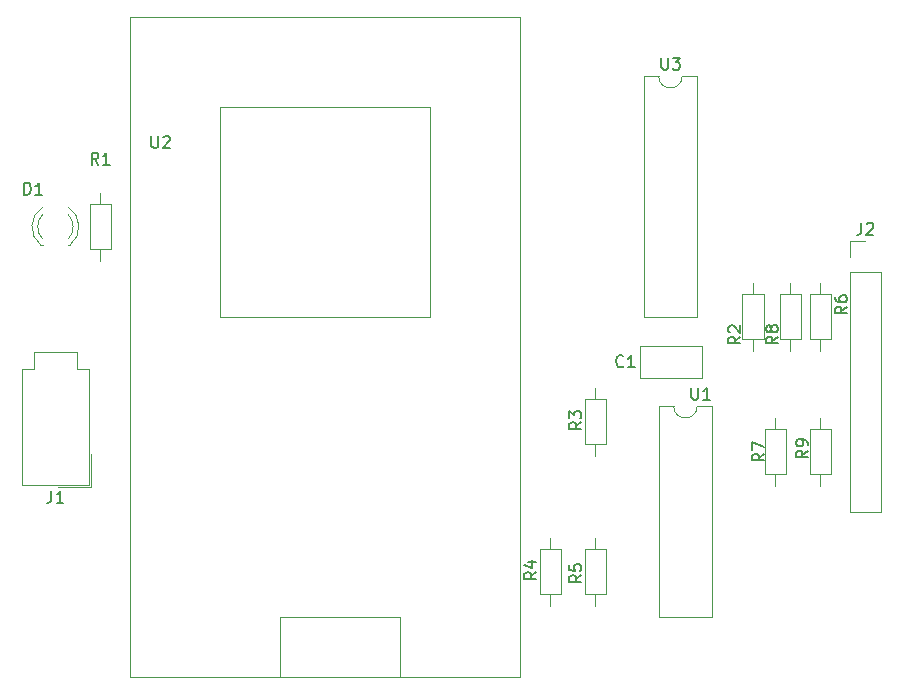
<source format=gbr>
%TF.GenerationSoftware,KiCad,Pcbnew,5.1.6-c6e7f7d~86~ubuntu20.04.1*%
%TF.CreationDate,2020-06-13T16:26:38-04:00*%
%TF.ProjectId,set_board,7365745f-626f-4617-9264-2e6b69636164,rev?*%
%TF.SameCoordinates,Original*%
%TF.FileFunction,Legend,Top*%
%TF.FilePolarity,Positive*%
%FSLAX46Y46*%
G04 Gerber Fmt 4.6, Leading zero omitted, Abs format (unit mm)*
G04 Created by KiCad (PCBNEW 5.1.6-c6e7f7d~86~ubuntu20.04.1) date 2020-06-13 16:26:38*
%MOMM*%
%LPD*%
G01*
G04 APERTURE LIST*
%ADD10C,0.120000*%
%ADD11C,0.150000*%
G04 APERTURE END LIST*
D10*
%TO.C,U2*%
X97790000Y-109220000D02*
X97790000Y-91440000D01*
X115570000Y-109220000D02*
X97790000Y-109220000D01*
X115570000Y-91440000D02*
X115570000Y-109220000D01*
X97790000Y-91440000D02*
X115570000Y-91440000D01*
X113030000Y-134620000D02*
X113030000Y-139700000D01*
X102870000Y-134620000D02*
X113030000Y-134620000D01*
X102870000Y-139700000D02*
X102870000Y-134620000D01*
X123190000Y-139700000D02*
X90170000Y-139700000D01*
X123190000Y-83820000D02*
X123190000Y-139700000D01*
X90170000Y-83820000D02*
X123190000Y-83820000D01*
X90170000Y-139700000D02*
X90170000Y-83820000D01*
%TO.C,C1*%
X133290000Y-114400000D02*
X133290000Y-111660000D01*
X138530000Y-114400000D02*
X138530000Y-111660000D01*
X138530000Y-111660000D02*
X133290000Y-111660000D01*
X138530000Y-114400000D02*
X133290000Y-114400000D01*
%TO.C,D1*%
X84900000Y-103160000D02*
X85056000Y-103160000D01*
X82584000Y-103160000D02*
X82740000Y-103160000D01*
X82741392Y-99927665D02*
G75*
G03*
X82584484Y-103160000I1078608J-1672335D01*
G01*
X84898608Y-99927665D02*
G75*
G02*
X85055516Y-103160000I-1078608J-1672335D01*
G01*
X82740163Y-100558870D02*
G75*
G03*
X82740000Y-102640961I1079837J-1041130D01*
G01*
X84899837Y-100558870D02*
G75*
G02*
X84900000Y-102640961I-1079837J-1041130D01*
G01*
%TO.C,J1*%
X86870000Y-123670000D02*
X86870000Y-120820000D01*
X84020000Y-123670000D02*
X86870000Y-123670000D01*
X82010000Y-112210000D02*
X83820000Y-112210000D01*
X82010000Y-113610000D02*
X82010000Y-112210000D01*
X81010000Y-113610000D02*
X82010000Y-113610000D01*
X81010000Y-123430000D02*
X81010000Y-113610000D01*
X83820000Y-123430000D02*
X81010000Y-123430000D01*
X85630000Y-112210000D02*
X83820000Y-112210000D01*
X85630000Y-113610000D02*
X85630000Y-112210000D01*
X86630000Y-113610000D02*
X85630000Y-113610000D01*
X86630000Y-123430000D02*
X86630000Y-113610000D01*
X83820000Y-123430000D02*
X86630000Y-123430000D01*
%TO.C,J2*%
X151070000Y-102810000D02*
X152400000Y-102810000D01*
X151070000Y-104140000D02*
X151070000Y-102810000D01*
X151070000Y-105410000D02*
X153730000Y-105410000D01*
X153730000Y-105410000D02*
X153730000Y-125790000D01*
X151070000Y-105410000D02*
X151070000Y-125790000D01*
X151070000Y-125790000D02*
X153730000Y-125790000D01*
%TO.C,R1*%
X87630000Y-98730000D02*
X87630000Y-99680000D01*
X87630000Y-104470000D02*
X87630000Y-103520000D01*
X86710000Y-99680000D02*
X86710000Y-103520000D01*
X88550000Y-99680000D02*
X86710000Y-99680000D01*
X88550000Y-103520000D02*
X88550000Y-99680000D01*
X86710000Y-103520000D02*
X88550000Y-103520000D01*
%TO.C,R2*%
X142875000Y-106350000D02*
X142875000Y-107300000D01*
X142875000Y-112090000D02*
X142875000Y-111140000D01*
X141955000Y-107300000D02*
X141955000Y-111140000D01*
X143795000Y-107300000D02*
X141955000Y-107300000D01*
X143795000Y-111140000D02*
X143795000Y-107300000D01*
X141955000Y-111140000D02*
X143795000Y-111140000D01*
%TO.C,R3*%
X129540000Y-115240000D02*
X129540000Y-116190000D01*
X129540000Y-120980000D02*
X129540000Y-120030000D01*
X128620000Y-116190000D02*
X128620000Y-120030000D01*
X130460000Y-116190000D02*
X128620000Y-116190000D01*
X130460000Y-120030000D02*
X130460000Y-116190000D01*
X128620000Y-120030000D02*
X130460000Y-120030000D01*
%TO.C,R4*%
X125730000Y-133680000D02*
X125730000Y-132730000D01*
X125730000Y-127940000D02*
X125730000Y-128890000D01*
X126650000Y-132730000D02*
X126650000Y-128890000D01*
X124810000Y-132730000D02*
X126650000Y-132730000D01*
X124810000Y-128890000D02*
X124810000Y-132730000D01*
X126650000Y-128890000D02*
X124810000Y-128890000D01*
%TO.C,R5*%
X129540000Y-133680000D02*
X129540000Y-132730000D01*
X129540000Y-127940000D02*
X129540000Y-128890000D01*
X130460000Y-132730000D02*
X130460000Y-128890000D01*
X128620000Y-132730000D02*
X130460000Y-132730000D01*
X128620000Y-128890000D02*
X128620000Y-132730000D01*
X130460000Y-128890000D02*
X128620000Y-128890000D01*
%TO.C,R6*%
X149510000Y-107300000D02*
X147670000Y-107300000D01*
X147670000Y-107300000D02*
X147670000Y-111140000D01*
X147670000Y-111140000D02*
X149510000Y-111140000D01*
X149510000Y-111140000D02*
X149510000Y-107300000D01*
X148590000Y-106350000D02*
X148590000Y-107300000D01*
X148590000Y-112090000D02*
X148590000Y-111140000D01*
%TO.C,R7*%
X145700000Y-118730000D02*
X143860000Y-118730000D01*
X143860000Y-118730000D02*
X143860000Y-122570000D01*
X143860000Y-122570000D02*
X145700000Y-122570000D01*
X145700000Y-122570000D02*
X145700000Y-118730000D01*
X144780000Y-117780000D02*
X144780000Y-118730000D01*
X144780000Y-123520000D02*
X144780000Y-122570000D01*
%TO.C,R8*%
X146970000Y-107300000D02*
X145130000Y-107300000D01*
X145130000Y-107300000D02*
X145130000Y-111140000D01*
X145130000Y-111140000D02*
X146970000Y-111140000D01*
X146970000Y-111140000D02*
X146970000Y-107300000D01*
X146050000Y-106350000D02*
X146050000Y-107300000D01*
X146050000Y-112090000D02*
X146050000Y-111140000D01*
%TO.C,R9*%
X149510000Y-118730000D02*
X147670000Y-118730000D01*
X147670000Y-118730000D02*
X147670000Y-122570000D01*
X147670000Y-122570000D02*
X149510000Y-122570000D01*
X149510000Y-122570000D02*
X149510000Y-118730000D01*
X148590000Y-117780000D02*
X148590000Y-118730000D01*
X148590000Y-123520000D02*
X148590000Y-122570000D01*
%TO.C,U1*%
X139410000Y-116780000D02*
X138160000Y-116780000D01*
X139410000Y-134680000D02*
X139410000Y-116780000D01*
X134910000Y-134680000D02*
X139410000Y-134680000D01*
X134910000Y-116780000D02*
X134910000Y-134680000D01*
X136160000Y-116780000D02*
X134910000Y-116780000D01*
X138160000Y-116780000D02*
G75*
G02*
X136160000Y-116780000I-1000000J0D01*
G01*
%TO.C,U3*%
X138140000Y-88840000D02*
X136890000Y-88840000D01*
X138140000Y-109280000D02*
X138140000Y-88840000D01*
X133640000Y-109280000D02*
X138140000Y-109280000D01*
X133640000Y-88840000D02*
X133640000Y-109280000D01*
X134890000Y-88840000D02*
X133640000Y-88840000D01*
X136890000Y-88840000D02*
G75*
G02*
X134890000Y-88840000I-1000000J0D01*
G01*
%TO.C,U2*%
D11*
X91948095Y-93932380D02*
X91948095Y-94741904D01*
X91995714Y-94837142D01*
X92043333Y-94884761D01*
X92138571Y-94932380D01*
X92329047Y-94932380D01*
X92424285Y-94884761D01*
X92471904Y-94837142D01*
X92519523Y-94741904D01*
X92519523Y-93932380D01*
X92948095Y-94027619D02*
X92995714Y-93980000D01*
X93090952Y-93932380D01*
X93329047Y-93932380D01*
X93424285Y-93980000D01*
X93471904Y-94027619D01*
X93519523Y-94122857D01*
X93519523Y-94218095D01*
X93471904Y-94360952D01*
X92900476Y-94932380D01*
X93519523Y-94932380D01*
%TO.C,C1*%
X131913333Y-113387142D02*
X131865714Y-113434761D01*
X131722857Y-113482380D01*
X131627619Y-113482380D01*
X131484761Y-113434761D01*
X131389523Y-113339523D01*
X131341904Y-113244285D01*
X131294285Y-113053809D01*
X131294285Y-112910952D01*
X131341904Y-112720476D01*
X131389523Y-112625238D01*
X131484761Y-112530000D01*
X131627619Y-112482380D01*
X131722857Y-112482380D01*
X131865714Y-112530000D01*
X131913333Y-112577619D01*
X132865714Y-113482380D02*
X132294285Y-113482380D01*
X132580000Y-113482380D02*
X132580000Y-112482380D01*
X132484761Y-112625238D01*
X132389523Y-112720476D01*
X132294285Y-112768095D01*
%TO.C,D1*%
X81176904Y-98877380D02*
X81176904Y-97877380D01*
X81415000Y-97877380D01*
X81557857Y-97925000D01*
X81653095Y-98020238D01*
X81700714Y-98115476D01*
X81748333Y-98305952D01*
X81748333Y-98448809D01*
X81700714Y-98639285D01*
X81653095Y-98734523D01*
X81557857Y-98829761D01*
X81415000Y-98877380D01*
X81176904Y-98877380D01*
X82700714Y-98877380D02*
X82129285Y-98877380D01*
X82415000Y-98877380D02*
X82415000Y-97877380D01*
X82319761Y-98020238D01*
X82224523Y-98115476D01*
X82129285Y-98163095D01*
%TO.C,J1*%
X83486666Y-123972380D02*
X83486666Y-124686666D01*
X83439047Y-124829523D01*
X83343809Y-124924761D01*
X83200952Y-124972380D01*
X83105714Y-124972380D01*
X84486666Y-124972380D02*
X83915238Y-124972380D01*
X84200952Y-124972380D02*
X84200952Y-123972380D01*
X84105714Y-124115238D01*
X84010476Y-124210476D01*
X83915238Y-124258095D01*
%TO.C,J2*%
X152066666Y-101262380D02*
X152066666Y-101976666D01*
X152019047Y-102119523D01*
X151923809Y-102214761D01*
X151780952Y-102262380D01*
X151685714Y-102262380D01*
X152495238Y-101357619D02*
X152542857Y-101310000D01*
X152638095Y-101262380D01*
X152876190Y-101262380D01*
X152971428Y-101310000D01*
X153019047Y-101357619D01*
X153066666Y-101452857D01*
X153066666Y-101548095D01*
X153019047Y-101690952D01*
X152447619Y-102262380D01*
X153066666Y-102262380D01*
%TO.C,R1*%
X87463333Y-96337380D02*
X87130000Y-95861190D01*
X86891904Y-96337380D02*
X86891904Y-95337380D01*
X87272857Y-95337380D01*
X87368095Y-95385000D01*
X87415714Y-95432619D01*
X87463333Y-95527857D01*
X87463333Y-95670714D01*
X87415714Y-95765952D01*
X87368095Y-95813571D01*
X87272857Y-95861190D01*
X86891904Y-95861190D01*
X88415714Y-96337380D02*
X87844285Y-96337380D01*
X88130000Y-96337380D02*
X88130000Y-95337380D01*
X88034761Y-95480238D01*
X87939523Y-95575476D01*
X87844285Y-95623095D01*
%TO.C,R2*%
X141803380Y-110910666D02*
X141327190Y-111244000D01*
X141803380Y-111482095D02*
X140803380Y-111482095D01*
X140803380Y-111101142D01*
X140851000Y-111005904D01*
X140898619Y-110958285D01*
X140993857Y-110910666D01*
X141136714Y-110910666D01*
X141231952Y-110958285D01*
X141279571Y-111005904D01*
X141327190Y-111101142D01*
X141327190Y-111482095D01*
X140898619Y-110529714D02*
X140851000Y-110482095D01*
X140803380Y-110386857D01*
X140803380Y-110148761D01*
X140851000Y-110053523D01*
X140898619Y-110005904D01*
X140993857Y-109958285D01*
X141089095Y-109958285D01*
X141231952Y-110005904D01*
X141803380Y-110577333D01*
X141803380Y-109958285D01*
%TO.C,R3*%
X128341380Y-118149666D02*
X127865190Y-118483000D01*
X128341380Y-118721095D02*
X127341380Y-118721095D01*
X127341380Y-118340142D01*
X127389000Y-118244904D01*
X127436619Y-118197285D01*
X127531857Y-118149666D01*
X127674714Y-118149666D01*
X127769952Y-118197285D01*
X127817571Y-118244904D01*
X127865190Y-118340142D01*
X127865190Y-118721095D01*
X127341380Y-117816333D02*
X127341380Y-117197285D01*
X127722333Y-117530619D01*
X127722333Y-117387761D01*
X127769952Y-117292523D01*
X127817571Y-117244904D01*
X127912809Y-117197285D01*
X128150904Y-117197285D01*
X128246142Y-117244904D01*
X128293761Y-117292523D01*
X128341380Y-117387761D01*
X128341380Y-117673476D01*
X128293761Y-117768714D01*
X128246142Y-117816333D01*
%TO.C,R4*%
X124531380Y-130849666D02*
X124055190Y-131183000D01*
X124531380Y-131421095D02*
X123531380Y-131421095D01*
X123531380Y-131040142D01*
X123579000Y-130944904D01*
X123626619Y-130897285D01*
X123721857Y-130849666D01*
X123864714Y-130849666D01*
X123959952Y-130897285D01*
X124007571Y-130944904D01*
X124055190Y-131040142D01*
X124055190Y-131421095D01*
X123864714Y-129992523D02*
X124531380Y-129992523D01*
X123483761Y-130230619D02*
X124198047Y-130468714D01*
X124198047Y-129849666D01*
%TO.C,R5*%
X128341380Y-131103666D02*
X127865190Y-131437000D01*
X128341380Y-131675095D02*
X127341380Y-131675095D01*
X127341380Y-131294142D01*
X127389000Y-131198904D01*
X127436619Y-131151285D01*
X127531857Y-131103666D01*
X127674714Y-131103666D01*
X127769952Y-131151285D01*
X127817571Y-131198904D01*
X127865190Y-131294142D01*
X127865190Y-131675095D01*
X127341380Y-130198904D02*
X127341380Y-130675095D01*
X127817571Y-130722714D01*
X127769952Y-130675095D01*
X127722333Y-130579857D01*
X127722333Y-130341761D01*
X127769952Y-130246523D01*
X127817571Y-130198904D01*
X127912809Y-130151285D01*
X128150904Y-130151285D01*
X128246142Y-130198904D01*
X128293761Y-130246523D01*
X128341380Y-130341761D01*
X128341380Y-130579857D01*
X128293761Y-130675095D01*
X128246142Y-130722714D01*
%TO.C,R6*%
X150820380Y-108370666D02*
X150344190Y-108704000D01*
X150820380Y-108942095D02*
X149820380Y-108942095D01*
X149820380Y-108561142D01*
X149868000Y-108465904D01*
X149915619Y-108418285D01*
X150010857Y-108370666D01*
X150153714Y-108370666D01*
X150248952Y-108418285D01*
X150296571Y-108465904D01*
X150344190Y-108561142D01*
X150344190Y-108942095D01*
X149820380Y-107513523D02*
X149820380Y-107704000D01*
X149868000Y-107799238D01*
X149915619Y-107846857D01*
X150058476Y-107942095D01*
X150248952Y-107989714D01*
X150629904Y-107989714D01*
X150725142Y-107942095D01*
X150772761Y-107894476D01*
X150820380Y-107799238D01*
X150820380Y-107608761D01*
X150772761Y-107513523D01*
X150725142Y-107465904D01*
X150629904Y-107418285D01*
X150391809Y-107418285D01*
X150296571Y-107465904D01*
X150248952Y-107513523D01*
X150201333Y-107608761D01*
X150201333Y-107799238D01*
X150248952Y-107894476D01*
X150296571Y-107942095D01*
X150391809Y-107989714D01*
%TO.C,R7*%
X143835380Y-120816666D02*
X143359190Y-121150000D01*
X143835380Y-121388095D02*
X142835380Y-121388095D01*
X142835380Y-121007142D01*
X142883000Y-120911904D01*
X142930619Y-120864285D01*
X143025857Y-120816666D01*
X143168714Y-120816666D01*
X143263952Y-120864285D01*
X143311571Y-120911904D01*
X143359190Y-121007142D01*
X143359190Y-121388095D01*
X142835380Y-120483333D02*
X142835380Y-119816666D01*
X143835380Y-120245238D01*
%TO.C,R8*%
X144978380Y-110910666D02*
X144502190Y-111244000D01*
X144978380Y-111482095D02*
X143978380Y-111482095D01*
X143978380Y-111101142D01*
X144026000Y-111005904D01*
X144073619Y-110958285D01*
X144168857Y-110910666D01*
X144311714Y-110910666D01*
X144406952Y-110958285D01*
X144454571Y-111005904D01*
X144502190Y-111101142D01*
X144502190Y-111482095D01*
X144406952Y-110339238D02*
X144359333Y-110434476D01*
X144311714Y-110482095D01*
X144216476Y-110529714D01*
X144168857Y-110529714D01*
X144073619Y-110482095D01*
X144026000Y-110434476D01*
X143978380Y-110339238D01*
X143978380Y-110148761D01*
X144026000Y-110053523D01*
X144073619Y-110005904D01*
X144168857Y-109958285D01*
X144216476Y-109958285D01*
X144311714Y-110005904D01*
X144359333Y-110053523D01*
X144406952Y-110148761D01*
X144406952Y-110339238D01*
X144454571Y-110434476D01*
X144502190Y-110482095D01*
X144597428Y-110529714D01*
X144787904Y-110529714D01*
X144883142Y-110482095D01*
X144930761Y-110434476D01*
X144978380Y-110339238D01*
X144978380Y-110148761D01*
X144930761Y-110053523D01*
X144883142Y-110005904D01*
X144787904Y-109958285D01*
X144597428Y-109958285D01*
X144502190Y-110005904D01*
X144454571Y-110053523D01*
X144406952Y-110148761D01*
%TO.C,R9*%
X147518380Y-120562666D02*
X147042190Y-120896000D01*
X147518380Y-121134095D02*
X146518380Y-121134095D01*
X146518380Y-120753142D01*
X146566000Y-120657904D01*
X146613619Y-120610285D01*
X146708857Y-120562666D01*
X146851714Y-120562666D01*
X146946952Y-120610285D01*
X146994571Y-120657904D01*
X147042190Y-120753142D01*
X147042190Y-121134095D01*
X147518380Y-120086476D02*
X147518380Y-119896000D01*
X147470761Y-119800761D01*
X147423142Y-119753142D01*
X147280285Y-119657904D01*
X147089809Y-119610285D01*
X146708857Y-119610285D01*
X146613619Y-119657904D01*
X146566000Y-119705523D01*
X146518380Y-119800761D01*
X146518380Y-119991238D01*
X146566000Y-120086476D01*
X146613619Y-120134095D01*
X146708857Y-120181714D01*
X146946952Y-120181714D01*
X147042190Y-120134095D01*
X147089809Y-120086476D01*
X147137428Y-119991238D01*
X147137428Y-119800761D01*
X147089809Y-119705523D01*
X147042190Y-119657904D01*
X146946952Y-119610285D01*
%TO.C,U1*%
X137668095Y-115232380D02*
X137668095Y-116041904D01*
X137715714Y-116137142D01*
X137763333Y-116184761D01*
X137858571Y-116232380D01*
X138049047Y-116232380D01*
X138144285Y-116184761D01*
X138191904Y-116137142D01*
X138239523Y-116041904D01*
X138239523Y-115232380D01*
X139239523Y-116232380D02*
X138668095Y-116232380D01*
X138953809Y-116232380D02*
X138953809Y-115232380D01*
X138858571Y-115375238D01*
X138763333Y-115470476D01*
X138668095Y-115518095D01*
%TO.C,U3*%
X135128095Y-87292380D02*
X135128095Y-88101904D01*
X135175714Y-88197142D01*
X135223333Y-88244761D01*
X135318571Y-88292380D01*
X135509047Y-88292380D01*
X135604285Y-88244761D01*
X135651904Y-88197142D01*
X135699523Y-88101904D01*
X135699523Y-87292380D01*
X136080476Y-87292380D02*
X136699523Y-87292380D01*
X136366190Y-87673333D01*
X136509047Y-87673333D01*
X136604285Y-87720952D01*
X136651904Y-87768571D01*
X136699523Y-87863809D01*
X136699523Y-88101904D01*
X136651904Y-88197142D01*
X136604285Y-88244761D01*
X136509047Y-88292380D01*
X136223333Y-88292380D01*
X136128095Y-88244761D01*
X136080476Y-88197142D01*
%TD*%
M02*

</source>
